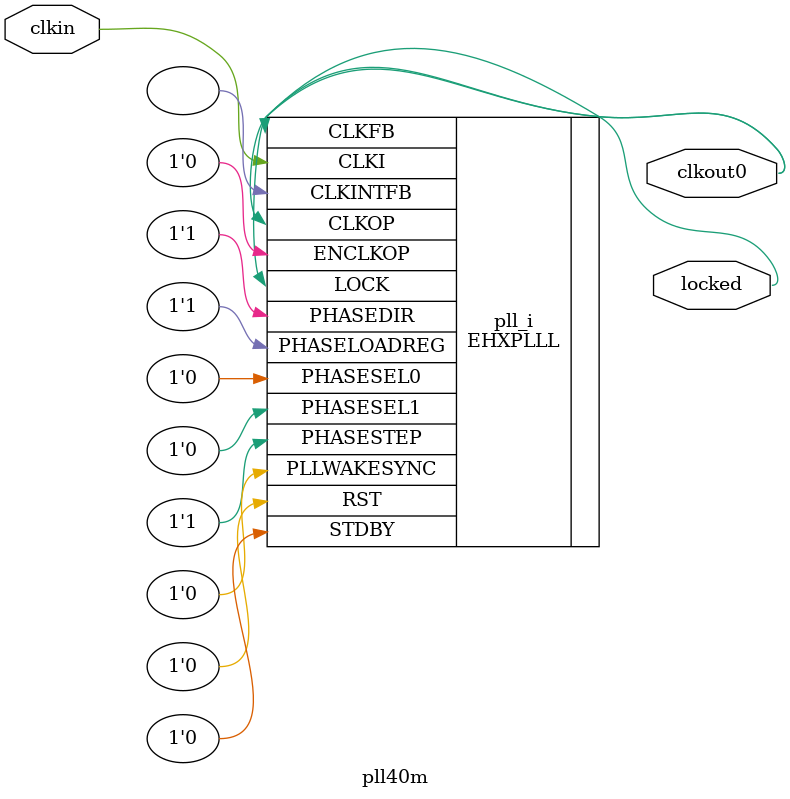
<source format=v>
module pll40m
(
    input clkin, // 25 MHz, 0 deg
    output clkout0, // 40 MHz, 0 deg
    output locked
);
(* FREQUENCY_PIN_CLKI="25" *)
(* FREQUENCY_PIN_CLKOP="40" *)
(* ICP_CURRENT="12" *) (* LPF_RESISTOR="8" *) (* MFG_ENABLE_FILTEROPAMP="1" *) (* MFG_GMCREF_SEL="2" *)
EHXPLLL #(
        .PLLRST_ENA("DISABLED"),
        .INTFB_WAKE("DISABLED"),
        .STDBY_ENABLE("DISABLED"),
        .DPHASE_SOURCE("DISABLED"),
        .OUTDIVIDER_MUXA("DIVA"),
        .OUTDIVIDER_MUXB("DIVB"),
        .OUTDIVIDER_MUXC("DIVC"),
        .OUTDIVIDER_MUXD("DIVD"),
        .CLKI_DIV(5),
        .CLKOP_ENABLE("ENABLED"),
        .CLKOP_DIV(15),
        .CLKOP_CPHASE(7),
        .CLKOP_FPHASE(0),
        .FEEDBK_PATH("CLKOP"),
        .CLKFB_DIV(8)
    ) pll_i (
        .RST(1'b0),
        .STDBY(1'b0),
        .CLKI(clkin),
        .CLKOP(clkout0),
        .CLKFB(clkout0),
        .CLKINTFB(),
        .PHASESEL0(1'b0),
        .PHASESEL1(1'b0),
        .PHASEDIR(1'b1),
        .PHASESTEP(1'b1),
        .PHASELOADREG(1'b1),
        .PLLWAKESYNC(1'b0),
        .ENCLKOP(1'b0),
        .LOCK(locked)
	);
endmodule

</source>
